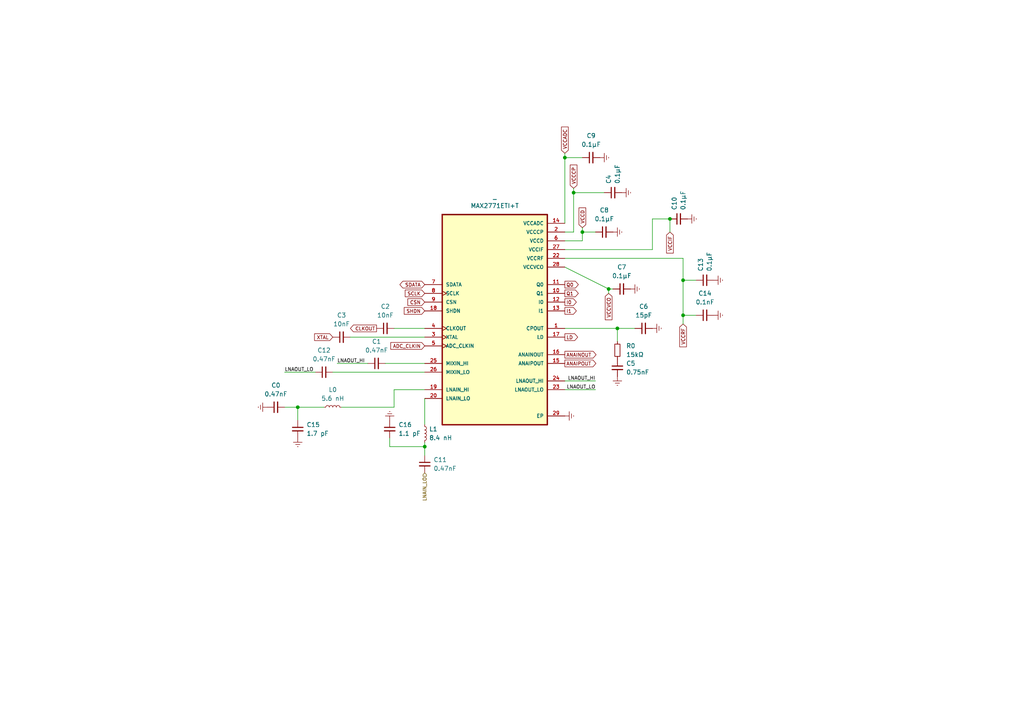
<source format=kicad_sch>
(kicad_sch (version 20211123) (generator eeschema)

  (uuid f944852e-fb20-4cac-8cd6-3fd29e579eee)

  (paper "A4")

  (lib_symbols
    (symbol "Device:C_Small" (pin_numbers hide) (pin_names (offset 0.254) hide) (in_bom yes) (on_board yes)
      (property "Reference" "C" (id 0) (at 0.254 1.778 0)
        (effects (font (size 1.27 1.27)) (justify left))
      )
      (property "Value" "C_Small" (id 1) (at 0.254 -2.032 0)
        (effects (font (size 1.27 1.27)) (justify left))
      )
      (property "Footprint" "" (id 2) (at 0 0 0)
        (effects (font (size 1.27 1.27)) hide)
      )
      (property "Datasheet" "~" (id 3) (at 0 0 0)
        (effects (font (size 1.27 1.27)) hide)
      )
      (property "ki_keywords" "capacitor cap" (id 4) (at 0 0 0)
        (effects (font (size 1.27 1.27)) hide)
      )
      (property "ki_description" "Unpolarized capacitor, small symbol" (id 5) (at 0 0 0)
        (effects (font (size 1.27 1.27)) hide)
      )
      (property "ki_fp_filters" "C_*" (id 6) (at 0 0 0)
        (effects (font (size 1.27 1.27)) hide)
      )
      (symbol "C_Small_0_1"
        (polyline
          (pts
            (xy -1.524 -0.508)
            (xy 1.524 -0.508)
          )
          (stroke (width 0.3302) (type default) (color 0 0 0 0))
          (fill (type none))
        )
        (polyline
          (pts
            (xy -1.524 0.508)
            (xy 1.524 0.508)
          )
          (stroke (width 0.3048) (type default) (color 0 0 0 0))
          (fill (type none))
        )
      )
      (symbol "C_Small_1_1"
        (pin passive line (at 0 2.54 270) (length 2.032)
          (name "~" (effects (font (size 1.27 1.27))))
          (number "1" (effects (font (size 1.27 1.27))))
        )
        (pin passive line (at 0 -2.54 90) (length 2.032)
          (name "~" (effects (font (size 1.27 1.27))))
          (number "2" (effects (font (size 1.27 1.27))))
        )
      )
    )
    (symbol "Device:L_Small" (pin_numbers hide) (pin_names (offset 0.254) hide) (in_bom yes) (on_board yes)
      (property "Reference" "L" (id 0) (at 0.762 1.016 0)
        (effects (font (size 1.27 1.27)) (justify left))
      )
      (property "Value" "L_Small" (id 1) (at 0.762 -1.016 0)
        (effects (font (size 1.27 1.27)) (justify left))
      )
      (property "Footprint" "" (id 2) (at 0 0 0)
        (effects (font (size 1.27 1.27)) hide)
      )
      (property "Datasheet" "~" (id 3) (at 0 0 0)
        (effects (font (size 1.27 1.27)) hide)
      )
      (property "ki_keywords" "inductor choke coil reactor magnetic" (id 4) (at 0 0 0)
        (effects (font (size 1.27 1.27)) hide)
      )
      (property "ki_description" "Inductor, small symbol" (id 5) (at 0 0 0)
        (effects (font (size 1.27 1.27)) hide)
      )
      (property "ki_fp_filters" "Choke_* *Coil* Inductor_* L_*" (id 6) (at 0 0 0)
        (effects (font (size 1.27 1.27)) hide)
      )
      (symbol "L_Small_0_1"
        (arc (start 0 -2.032) (mid 0.508 -1.524) (end 0 -1.016)
          (stroke (width 0) (type default) (color 0 0 0 0))
          (fill (type none))
        )
        (arc (start 0 -1.016) (mid 0.508 -0.508) (end 0 0)
          (stroke (width 0) (type default) (color 0 0 0 0))
          (fill (type none))
        )
        (arc (start 0 0) (mid 0.508 0.508) (end 0 1.016)
          (stroke (width 0) (type default) (color 0 0 0 0))
          (fill (type none))
        )
        (arc (start 0 1.016) (mid 0.508 1.524) (end 0 2.032)
          (stroke (width 0) (type default) (color 0 0 0 0))
          (fill (type none))
        )
      )
      (symbol "L_Small_1_1"
        (pin passive line (at 0 2.54 270) (length 0.508)
          (name "~" (effects (font (size 1.27 1.27))))
          (number "1" (effects (font (size 1.27 1.27))))
        )
        (pin passive line (at 0 -2.54 90) (length 0.508)
          (name "~" (effects (font (size 1.27 1.27))))
          (number "2" (effects (font (size 1.27 1.27))))
        )
      )
    )
    (symbol "Device:R_Small" (pin_numbers hide) (pin_names (offset 0.254) hide) (in_bom yes) (on_board yes)
      (property "Reference" "R" (id 0) (at 0.762 0.508 0)
        (effects (font (size 1.27 1.27)) (justify left))
      )
      (property "Value" "R_Small" (id 1) (at 0.762 -1.016 0)
        (effects (font (size 1.27 1.27)) (justify left))
      )
      (property "Footprint" "" (id 2) (at 0 0 0)
        (effects (font (size 1.27 1.27)) hide)
      )
      (property "Datasheet" "~" (id 3) (at 0 0 0)
        (effects (font (size 1.27 1.27)) hide)
      )
      (property "ki_keywords" "R resistor" (id 4) (at 0 0 0)
        (effects (font (size 1.27 1.27)) hide)
      )
      (property "ki_description" "Resistor, small symbol" (id 5) (at 0 0 0)
        (effects (font (size 1.27 1.27)) hide)
      )
      (property "ki_fp_filters" "R_*" (id 6) (at 0 0 0)
        (effects (font (size 1.27 1.27)) hide)
      )
      (symbol "R_Small_0_1"
        (rectangle (start -0.762 1.778) (end 0.762 -1.778)
          (stroke (width 0.2032) (type default) (color 0 0 0 0))
          (fill (type none))
        )
      )
      (symbol "R_Small_1_1"
        (pin passive line (at 0 2.54 270) (length 0.762)
          (name "~" (effects (font (size 1.27 1.27))))
          (number "1" (effects (font (size 1.27 1.27))))
        )
        (pin passive line (at 0 -2.54 90) (length 0.762)
          (name "~" (effects (font (size 1.27 1.27))))
          (number "2" (effects (font (size 1.27 1.27))))
        )
      )
    )
    (symbol "MAX2771ETI_T:MAX2771ETI+T" (pin_names (offset 1.016)) (in_bom yes) (on_board yes)
      (property "Reference" "U" (id 0) (at -15.24 31.4706 0)
        (effects (font (size 1.27 1.27)) (justify left bottom))
      )
      (property "Value" "MAX2771ETI+T" (id 1) (at -15.24 -34.4678 0)
        (effects (font (size 1.27 1.27)) (justify left bottom))
      )
      (property "Footprint" "QFN50P500X500X80-29N" (id 2) (at 0 0 0)
        (effects (font (size 1.27 1.27)) (justify left bottom) hide)
      )
      (property "Datasheet" "" (id 3) (at 0 0 0)
        (effects (font (size 1.27 1.27)) (justify left bottom) hide)
      )
      (property "MF" "Maxim Integrated" (id 4) (at 0 0 0)
        (effects (font (size 1.27 1.27)) (justify left bottom) hide)
      )
      (property "PRICE" "None" (id 5) (at 0 0 0)
        (effects (font (size 1.27 1.27)) (justify left bottom) hide)
      )
      (property "AVAILABILITY" "Unavailable" (id 6) (at 0 0 0)
        (effects (font (size 1.27 1.27)) (justify left bottom) hide)
      )
      (property "DESCRIPTION" "NEXT-GENERATION GLOBAL NAVIGATIO" (id 7) (at 0 0 0)
        (effects (font (size 1.27 1.27)) (justify left bottom) hide)
      )
      (property "PACKAGE" "TQFN-28 Maxim" (id 8) (at 0 0 0)
        (effects (font (size 1.27 1.27)) (justify left bottom) hide)
      )
      (property "MP" "MAX2771ETI+" (id 9) (at 0 0 0)
        (effects (font (size 1.27 1.27)) (justify left bottom) hide)
      )
      (property "ki_locked" "" (id 10) (at 0 0 0)
        (effects (font (size 1.27 1.27)))
      )
      (symbol "MAX2771ETI+T_0_0"
        (rectangle (start -15.24 -30.48) (end 15.24 30.48)
          (stroke (width 0.4064) (type default) (color 0 0 0 0))
          (fill (type background))
        )
        (pin output line (at 20.32 -2.54 180) (length 5.08)
          (name "CPOUT" (effects (font (size 1.016 1.016))))
          (number "1" (effects (font (size 1.016 1.016))))
        )
        (pin output line (at 20.32 7.62 180) (length 5.08)
          (name "Q1" (effects (font (size 1.016 1.016))))
          (number "10" (effects (font (size 1.016 1.016))))
        )
        (pin output line (at 20.32 10.16 180) (length 5.08)
          (name "Q0" (effects (font (size 1.016 1.016))))
          (number "11" (effects (font (size 1.016 1.016))))
        )
        (pin output line (at 20.32 5.08 180) (length 5.08)
          (name "I0" (effects (font (size 1.016 1.016))))
          (number "12" (effects (font (size 1.016 1.016))))
        )
        (pin output line (at 20.32 2.54 180) (length 5.08)
          (name "I1" (effects (font (size 1.016 1.016))))
          (number "13" (effects (font (size 1.016 1.016))))
        )
        (pin power_in line (at 20.32 27.94 180) (length 5.08)
          (name "VCCADC" (effects (font (size 1.016 1.016))))
          (number "14" (effects (font (size 1.016 1.016))))
        )
        (pin output line (at 20.32 -12.7 180) (length 5.08)
          (name "ANAIPOUT" (effects (font (size 1.016 1.016))))
          (number "15" (effects (font (size 1.016 1.016))))
        )
        (pin output line (at 20.32 -10.16 180) (length 5.08)
          (name "ANAINOUT" (effects (font (size 1.016 1.016))))
          (number "16" (effects (font (size 1.016 1.016))))
        )
        (pin output line (at 20.32 -5.08 180) (length 5.08)
          (name "LD" (effects (font (size 1.016 1.016))))
          (number "17" (effects (font (size 1.016 1.016))))
        )
        (pin input line (at -20.32 2.54 0) (length 5.08)
          (name "SHDN" (effects (font (size 1.016 1.016))))
          (number "18" (effects (font (size 1.016 1.016))))
        )
        (pin input line (at -20.32 -20.32 0) (length 5.08)
          (name "LNAIN_HI" (effects (font (size 1.016 1.016))))
          (number "19" (effects (font (size 1.016 1.016))))
        )
        (pin power_in line (at 20.32 25.4 180) (length 5.08)
          (name "VCCCP" (effects (font (size 1.016 1.016))))
          (number "2" (effects (font (size 1.016 1.016))))
        )
        (pin input line (at -20.32 -22.86 0) (length 5.08)
          (name "LNAIN_LO" (effects (font (size 1.016 1.016))))
          (number "20" (effects (font (size 1.016 1.016))))
        )
        (pin power_in line (at 20.32 17.78 180) (length 5.08)
          (name "VCCRF" (effects (font (size 1.016 1.016))))
          (number "22" (effects (font (size 1.016 1.016))))
        )
        (pin output line (at 20.32 -20.32 180) (length 5.08)
          (name "LNAOUT_LO" (effects (font (size 1.016 1.016))))
          (number "23" (effects (font (size 1.016 1.016))))
        )
        (pin output line (at 20.32 -17.78 180) (length 5.08)
          (name "LNAOUT_HI" (effects (font (size 1.016 1.016))))
          (number "24" (effects (font (size 1.016 1.016))))
        )
        (pin input line (at -20.32 -12.7 0) (length 5.08)
          (name "MIXIN_HI" (effects (font (size 1.016 1.016))))
          (number "25" (effects (font (size 1.016 1.016))))
        )
        (pin input line (at -20.32 -15.24 0) (length 5.08)
          (name "MIXIN_LO" (effects (font (size 1.016 1.016))))
          (number "26" (effects (font (size 1.016 1.016))))
        )
        (pin power_in line (at 20.32 20.32 180) (length 5.08)
          (name "VCCIF" (effects (font (size 1.016 1.016))))
          (number "27" (effects (font (size 1.016 1.016))))
        )
        (pin power_in line (at 20.32 15.24 180) (length 5.08)
          (name "VCCVCO" (effects (font (size 1.016 1.016))))
          (number "28" (effects (font (size 1.016 1.016))))
        )
        (pin power_in line (at 20.32 -27.94 180) (length 5.08)
          (name "EP" (effects (font (size 1.016 1.016))))
          (number "29" (effects (font (size 1.016 1.016))))
        )
        (pin input clock (at -20.32 -5.08 0) (length 5.08)
          (name "XTAL" (effects (font (size 1.016 1.016))))
          (number "3" (effects (font (size 1.016 1.016))))
        )
        (pin output clock (at -20.32 -2.54 0) (length 5.08)
          (name "CLKOUT" (effects (font (size 1.016 1.016))))
          (number "4" (effects (font (size 1.016 1.016))))
        )
        (pin input clock (at -20.32 -7.62 0) (length 5.08)
          (name "ADC_CLKIN" (effects (font (size 1.016 1.016))))
          (number "5" (effects (font (size 1.016 1.016))))
        )
        (pin power_in line (at 20.32 22.86 180) (length 5.08)
          (name "VCCD" (effects (font (size 1.016 1.016))))
          (number "6" (effects (font (size 1.016 1.016))))
        )
        (pin bidirectional line (at -20.32 10.16 0) (length 5.08)
          (name "SDATA" (effects (font (size 1.016 1.016))))
          (number "7" (effects (font (size 1.016 1.016))))
        )
        (pin input clock (at -20.32 7.62 0) (length 5.08)
          (name "SCLK" (effects (font (size 1.016 1.016))))
          (number "8" (effects (font (size 1.016 1.016))))
        )
        (pin input line (at -20.32 5.08 0) (length 5.08)
          (name "CSN" (effects (font (size 1.016 1.016))))
          (number "9" (effects (font (size 1.016 1.016))))
        )
      )
    )
    (symbol "power:Earth" (power) (pin_names (offset 0)) (in_bom yes) (on_board yes)
      (property "Reference" "#PWR" (id 0) (at 0 -6.35 0)
        (effects (font (size 1.27 1.27)) hide)
      )
      (property "Value" "Earth" (id 1) (at 0 -3.81 0)
        (effects (font (size 1.27 1.27)) hide)
      )
      (property "Footprint" "" (id 2) (at 0 0 0)
        (effects (font (size 1.27 1.27)) hide)
      )
      (property "Datasheet" "~" (id 3) (at 0 0 0)
        (effects (font (size 1.27 1.27)) hide)
      )
      (property "ki_keywords" "power-flag ground gnd" (id 4) (at 0 0 0)
        (effects (font (size 1.27 1.27)) hide)
      )
      (property "ki_description" "Power symbol creates a global label with name \"Earth\"" (id 5) (at 0 0 0)
        (effects (font (size 1.27 1.27)) hide)
      )
      (symbol "Earth_0_1"
        (polyline
          (pts
            (xy -0.635 -1.905)
            (xy 0.635 -1.905)
          )
          (stroke (width 0) (type default) (color 0 0 0 0))
          (fill (type none))
        )
        (polyline
          (pts
            (xy -0.127 -2.54)
            (xy 0.127 -2.54)
          )
          (stroke (width 0) (type default) (color 0 0 0 0))
          (fill (type none))
        )
        (polyline
          (pts
            (xy 0 -1.27)
            (xy 0 0)
          )
          (stroke (width 0) (type default) (color 0 0 0 0))
          (fill (type none))
        )
        (polyline
          (pts
            (xy 1.27 -1.27)
            (xy -1.27 -1.27)
          )
          (stroke (width 0) (type default) (color 0 0 0 0))
          (fill (type none))
        )
      )
      (symbol "Earth_1_1"
        (pin power_in line (at 0 0 270) (length 0) hide
          (name "Earth" (effects (font (size 1.27 1.27))))
          (number "1" (effects (font (size 1.27 1.27))))
        )
      )
    )
  )

  (junction (at 123.19 129.54) (diameter 0) (color 0 0 0 0)
    (uuid 17c4113a-323c-4eaa-928e-0a418a718048)
  )
  (junction (at 168.91 67.31) (diameter 0) (color 0 0 0 0)
    (uuid 3ebad067-8a85-47f2-9c53-50f29dd15211)
  )
  (junction (at 163.83 45.72) (diameter 0) (color 0 0 0 0)
    (uuid 4c8e3455-3363-4eca-879c-fc0f217c1545)
  )
  (junction (at 198.12 81.28) (diameter 0) (color 0 0 0 0)
    (uuid 7c77c15f-d16c-4297-9deb-775cd897dfbe)
  )
  (junction (at 194.31 63.5) (diameter 0) (color 0 0 0 0)
    (uuid 918024ce-7453-4717-9bd1-6577b1eb0a64)
  )
  (junction (at 166.37 55.88) (diameter 0) (color 0 0 0 0)
    (uuid 965ad58e-e75c-4685-a373-0379249346f1)
  )
  (junction (at 176.53 83.82) (diameter 0) (color 0 0 0 0)
    (uuid 9720abca-9121-4773-bd8f-ca63f35db43b)
  )
  (junction (at 179.07 95.25) (diameter 0) (color 0 0 0 0)
    (uuid b8876946-4d33-4840-8726-7183a7550a76)
  )
  (junction (at 86.36 118.11) (diameter 0) (color 0 0 0 0)
    (uuid c6302f67-9c7c-4f59-8c10-0f3c30755732)
  )
  (junction (at 198.12 91.44) (diameter 0) (color 0 0 0 0)
    (uuid f2167094-da86-4d78-a931-9ebcd3c346b2)
  )

  (wire (pts (xy 96.52 107.95) (xy 123.19 107.95))
    (stroke (width 0) (type default) (color 0 0 0 0))
    (uuid 072efc30-79eb-4741-986d-089d898f76d2)
  )
  (wire (pts (xy 189.23 72.39) (xy 189.23 63.5))
    (stroke (width 0) (type default) (color 0 0 0 0))
    (uuid 0788a206-3c84-4465-8f8c-f57c751f61ca)
  )
  (wire (pts (xy 113.03 129.54) (xy 123.19 129.54))
    (stroke (width 0) (type default) (color 0 0 0 0))
    (uuid 0d16527d-edd1-4229-a904-81918e441380)
  )
  (wire (pts (xy 101.6 97.79) (xy 123.19 97.79))
    (stroke (width 0) (type default) (color 0 0 0 0))
    (uuid 301b8109-b7a9-442a-90b3-1b2e44bac792)
  )
  (wire (pts (xy 123.19 129.54) (xy 123.19 132.08))
    (stroke (width 0) (type default) (color 0 0 0 0))
    (uuid 31c2032e-777d-4685-8325-5a23f664487c)
  )
  (wire (pts (xy 111.76 105.41) (xy 123.19 105.41))
    (stroke (width 0) (type default) (color 0 0 0 0))
    (uuid 33625d96-62a5-496b-b451-3238ef390412)
  )
  (wire (pts (xy 176.53 83.82) (xy 176.53 85.09))
    (stroke (width 0) (type default) (color 0 0 0 0))
    (uuid 3549aec0-2016-449c-963b-0aa5a83d9ec0)
  )
  (wire (pts (xy 179.07 95.25) (xy 179.07 99.06))
    (stroke (width 0) (type default) (color 0 0 0 0))
    (uuid 36fae2ed-e129-40ab-b2f4-4bb05b60a17c)
  )
  (wire (pts (xy 163.83 74.93) (xy 198.12 74.93))
    (stroke (width 0) (type default) (color 0 0 0 0))
    (uuid 454f5796-93e1-4e95-84f5-26b11d286c16)
  )
  (wire (pts (xy 163.83 45.72) (xy 168.91 45.72))
    (stroke (width 0) (type default) (color 0 0 0 0))
    (uuid 4c6ccceb-f8f3-4395-bddf-247c047810e2)
  )
  (wire (pts (xy 179.07 95.25) (xy 184.15 95.25))
    (stroke (width 0) (type default) (color 0 0 0 0))
    (uuid 4d4d3847-8d9d-4522-b71d-8a4989762fce)
  )
  (wire (pts (xy 99.06 118.11) (xy 114.3 118.11))
    (stroke (width 0) (type default) (color 0 0 0 0))
    (uuid 5076aef0-b9c1-4aa5-ae5c-5a2f66dac62f)
  )
  (wire (pts (xy 114.3 95.25) (xy 123.19 95.25))
    (stroke (width 0) (type default) (color 0 0 0 0))
    (uuid 507ed80b-c00d-4988-a95f-8c4f1bd9a652)
  )
  (wire (pts (xy 86.36 118.11) (xy 93.98 118.11))
    (stroke (width 0) (type default) (color 0 0 0 0))
    (uuid 52c3f55b-e9df-43f5-853e-c34ba303d939)
  )
  (wire (pts (xy 163.83 45.72) (xy 163.83 64.77))
    (stroke (width 0) (type default) (color 0 0 0 0))
    (uuid 646ff531-99f5-4e6c-8f8b-19e9567e2b7c)
  )
  (wire (pts (xy 166.37 55.88) (xy 175.26 55.88))
    (stroke (width 0) (type default) (color 0 0 0 0))
    (uuid 67701f8b-8710-4233-a171-67da5d9e77b8)
  )
  (wire (pts (xy 194.31 63.5) (xy 194.31 67.31))
    (stroke (width 0) (type default) (color 0 0 0 0))
    (uuid 6bd26ecd-c738-403d-8f60-2a8d54bd3527)
  )
  (wire (pts (xy 163.83 44.45) (xy 163.83 45.72))
    (stroke (width 0) (type default) (color 0 0 0 0))
    (uuid 6d330408-f77d-4c10-9bfc-a0d82622cb1f)
  )
  (wire (pts (xy 82.55 118.11) (xy 86.36 118.11))
    (stroke (width 0) (type default) (color 0 0 0 0))
    (uuid 72ddebdd-e2fa-4da1-9e23-7ba12883e651)
  )
  (wire (pts (xy 198.12 74.93) (xy 198.12 81.28))
    (stroke (width 0) (type default) (color 0 0 0 0))
    (uuid 764739b9-8d43-4ee3-ba2e-d70db1aa6304)
  )
  (wire (pts (xy 166.37 55.88) (xy 166.37 67.31))
    (stroke (width 0) (type default) (color 0 0 0 0))
    (uuid 7a1ceaa9-aeed-4b2d-81a5-419381529e5e)
  )
  (wire (pts (xy 168.91 67.31) (xy 172.72 67.31))
    (stroke (width 0) (type default) (color 0 0 0 0))
    (uuid 8355403f-4362-432f-b1eb-735cd54db1b7)
  )
  (wire (pts (xy 189.23 63.5) (xy 194.31 63.5))
    (stroke (width 0) (type default) (color 0 0 0 0))
    (uuid 8d508bcc-9438-4fe6-822e-ace71f2aea3a)
  )
  (wire (pts (xy 163.83 67.31) (xy 166.37 67.31))
    (stroke (width 0) (type default) (color 0 0 0 0))
    (uuid 8de6a2a6-69ea-4c94-90bf-e769f51b820f)
  )
  (wire (pts (xy 163.83 72.39) (xy 189.23 72.39))
    (stroke (width 0) (type default) (color 0 0 0 0))
    (uuid 94c7c1d4-83a7-4f74-a735-6b3a2dc008a5)
  )
  (wire (pts (xy 114.3 113.03) (xy 114.3 118.11))
    (stroke (width 0) (type default) (color 0 0 0 0))
    (uuid 95b0535c-5c98-46eb-bac4-91a2e849e668)
  )
  (wire (pts (xy 82.55 107.95) (xy 91.44 107.95))
    (stroke (width 0) (type default) (color 0 0 0 0))
    (uuid 9cbd9187-f126-48fe-88c1-299d1f1d1acb)
  )
  (wire (pts (xy 198.12 81.28) (xy 198.12 91.44))
    (stroke (width 0) (type default) (color 0 0 0 0))
    (uuid a230c34a-df01-46f2-9e1e-c6c9754deac5)
  )
  (wire (pts (xy 113.03 127) (xy 113.03 129.54))
    (stroke (width 0) (type default) (color 0 0 0 0))
    (uuid a37b933c-501d-4efa-bfdc-0e8923cf9e59)
  )
  (wire (pts (xy 86.36 118.11) (xy 86.36 121.92))
    (stroke (width 0) (type default) (color 0 0 0 0))
    (uuid a3fada36-7888-40ce-9303-d01d693490d2)
  )
  (wire (pts (xy 198.12 81.28) (xy 201.93 81.28))
    (stroke (width 0) (type default) (color 0 0 0 0))
    (uuid aa17549c-b481-455c-964c-4f9ab27de221)
  )
  (wire (pts (xy 163.83 110.49) (xy 172.72 110.49))
    (stroke (width 0) (type default) (color 0 0 0 0))
    (uuid addb78a4-d4c3-4e2b-9443-79138e854361)
  )
  (wire (pts (xy 97.79 105.41) (xy 106.68 105.41))
    (stroke (width 0) (type default) (color 0 0 0 0))
    (uuid b246076a-e425-407b-a15e-5d212bb4d671)
  )
  (wire (pts (xy 176.53 83.82) (xy 177.8 83.82))
    (stroke (width 0) (type default) (color 0 0 0 0))
    (uuid b5a26a10-1665-4319-b06d-a08526845586)
  )
  (wire (pts (xy 123.19 128.27) (xy 123.19 129.54))
    (stroke (width 0) (type default) (color 0 0 0 0))
    (uuid bc737a22-2277-4582-8c96-05ea99278a91)
  )
  (wire (pts (xy 166.37 54.61) (xy 166.37 55.88))
    (stroke (width 0) (type default) (color 0 0 0 0))
    (uuid bd49f1c4-96d5-40f8-8238-5e10f9b8f75c)
  )
  (wire (pts (xy 123.19 113.03) (xy 114.3 113.03))
    (stroke (width 0) (type default) (color 0 0 0 0))
    (uuid c1fa4f97-12a0-4c0b-ba03-f30a97721604)
  )
  (wire (pts (xy 163.83 113.03) (xy 172.72 113.03))
    (stroke (width 0) (type default) (color 0 0 0 0))
    (uuid c486d876-260f-48b5-80ca-dda530bad831)
  )
  (wire (pts (xy 198.12 91.44) (xy 201.93 91.44))
    (stroke (width 0) (type default) (color 0 0 0 0))
    (uuid cca430df-35f0-4b75-afb3-72d398e7c3f0)
  )
  (wire (pts (xy 163.83 77.47) (xy 176.53 83.82))
    (stroke (width 0) (type default) (color 0 0 0 0))
    (uuid cd7a4af4-53b3-4758-9909-e0c7ee94e8bf)
  )
  (wire (pts (xy 163.83 95.25) (xy 179.07 95.25))
    (stroke (width 0) (type default) (color 0 0 0 0))
    (uuid d70576e8-c5c2-4003-88e0-f1123951474b)
  )
  (wire (pts (xy 198.12 91.44) (xy 198.12 93.98))
    (stroke (width 0) (type default) (color 0 0 0 0))
    (uuid d95514ef-d33c-41c9-a16d-58e1bc25a53e)
  )
  (wire (pts (xy 123.19 115.57) (xy 123.19 123.19))
    (stroke (width 0) (type default) (color 0 0 0 0))
    (uuid e2a604ce-056d-4de2-95dd-3956ff33fecc)
  )
  (wire (pts (xy 163.83 69.85) (xy 168.91 69.85))
    (stroke (width 0) (type default) (color 0 0 0 0))
    (uuid e6157aea-7898-4074-88ee-d212ac48c429)
  )
  (wire (pts (xy 168.91 67.31) (xy 168.91 69.85))
    (stroke (width 0) (type default) (color 0 0 0 0))
    (uuid f572b61b-2d8d-4b3b-8c8a-b55aefb3d1c8)
  )
  (wire (pts (xy 168.91 66.04) (xy 168.91 67.31))
    (stroke (width 0) (type default) (color 0 0 0 0))
    (uuid fcf8d534-2957-4d1c-ad0d-8bd3666aa706)
  )

  (label "LNAOUT_LO" (at 172.72 113.03 180)
    (effects (font (size 1 1)) (justify right bottom))
    (uuid 5e0efdb3-2ea2-4cae-baf7-7411a474461f)
  )
  (label "LNAOUT_LO" (at 82.55 107.95 0)
    (effects (font (size 1 1)) (justify left bottom))
    (uuid 787aae0e-54b2-459c-bdaa-420858cc1220)
  )
  (label "LNAOUT_HI" (at 97.79 105.41 0)
    (effects (font (size 1 1)) (justify left bottom))
    (uuid 93bdf95a-fc99-42b9-8e3a-61ea2307253a)
  )
  (label "LNAOUT_HI" (at 172.72 110.49 180)
    (effects (font (size 1 1)) (justify right bottom))
    (uuid b0030372-bb40-4628-8c9e-4f6528e6a1d2)
  )

  (global_label "VCCD" (shape input) (at 168.91 66.04 90) (fields_autoplaced)
    (effects (font (size 1 1)) (justify left))
    (uuid 1165ab48-192d-4c21-a859-11ace4b43c9e)
    (property "Intersheet References" "${INTERSHEET_REFS}" (id 0) (at 168.8475 60.2829 90)
      (effects (font (size 1 1)) (justify left) hide)
    )
  )
  (global_label "VCCVCO" (shape input) (at 176.53 85.09 270) (fields_autoplaced)
    (effects (font (size 1 1)) (justify right))
    (uuid 163fac73-9078-460b-9bba-f73501190eb0)
    (property "Intersheet References" "${INTERSHEET_REFS}" (id 0) (at 176.4675 92.7519 90)
      (effects (font (size 1 1)) (justify right) hide)
    )
  )
  (global_label "XTAL" (shape input) (at 96.52 97.79 180) (fields_autoplaced)
    (effects (font (size 1 1)) (justify right))
    (uuid 18c20b48-f9b7-485b-a778-9ebe4915f177)
    (property "Intersheet References" "${INTERSHEET_REFS}" (id 0) (at 91.239 97.7275 0)
      (effects (font (size 1 1)) (justify right) hide)
    )
  )
  (global_label "SHDN" (shape input) (at 123.19 90.17 180) (fields_autoplaced)
    (effects (font (size 1 1)) (justify right))
    (uuid 2b0b9552-88a6-4ca7-a506-79ec217f0bf4)
    (property "Intersheet References" "${INTERSHEET_REFS}" (id 0) (at 117.2424 90.1075 0)
      (effects (font (size 1 1)) (justify right) hide)
    )
  )
  (global_label "VCCCP" (shape input) (at 166.37 54.61 90) (fields_autoplaced)
    (effects (font (size 1 1)) (justify left))
    (uuid 2b88a6eb-42e5-4a3f-8c7a-26b17a9e2390)
    (property "Intersheet References" "${INTERSHEET_REFS}" (id 0) (at 166.3075 47.8529 90)
      (effects (font (size 1 1)) (justify left) hide)
    )
  )
  (global_label "ANAIPOUT" (shape output) (at 163.83 105.41 0) (fields_autoplaced)
    (effects (font (size 1 1)) (justify left))
    (uuid 56062290-71fd-4aa0-8f45-c7b874c4446f)
    (property "Intersheet References" "${INTERSHEET_REFS}" (id 0) (at 172.8252 105.3475 0)
      (effects (font (size 1 1)) (justify left) hide)
    )
  )
  (global_label "SCLK" (shape input) (at 123.19 85.09 180) (fields_autoplaced)
    (effects (font (size 1 1)) (justify right))
    (uuid 80609c46-045d-4e92-b26f-96519dd2be3f)
    (property "Intersheet References" "${INTERSHEET_REFS}" (id 0) (at 117.5281 85.0275 0)
      (effects (font (size 1 1)) (justify right) hide)
    )
  )
  (global_label "VCCADC" (shape input) (at 163.83 44.45 90) (fields_autoplaced)
    (effects (font (size 1 1)) (justify left))
    (uuid 84ae8ab5-d3ee-4be4-87fb-c683dd74d6fd)
    (property "Intersheet References" "${INTERSHEET_REFS}" (id 0) (at 163.7675 36.8357 90)
      (effects (font (size 1 1)) (justify left) hide)
    )
  )
  (global_label "I0" (shape output) (at 163.83 87.63 0) (fields_autoplaced)
    (effects (font (size 1 1)) (justify left))
    (uuid 9b8d6d28-033a-43ee-99b0-ad9c811a54ed)
    (property "Intersheet References" "${INTERSHEET_REFS}" (id 0) (at 167.1586 87.5675 0)
      (effects (font (size 1 1)) (justify left) hide)
    )
  )
  (global_label "VCCRF" (shape input) (at 198.12 93.98 270) (fields_autoplaced)
    (effects (font (size 1 1)) (justify right))
    (uuid a0ac88ef-4444-48e5-8b0c-8f3fd51ef52c)
    (property "Intersheet References" "${INTERSHEET_REFS}" (id 0) (at 198.0575 100.5943 90)
      (effects (font (size 1 1)) (justify right) hide)
    )
  )
  (global_label "I1" (shape output) (at 163.83 90.17 0) (fields_autoplaced)
    (effects (font (size 1 1)) (justify left))
    (uuid a60b2010-869a-44a0-b0bf-5b32b7a0bfc8)
    (property "Intersheet References" "${INTERSHEET_REFS}" (id 0) (at 167.1586 90.1075 0)
      (effects (font (size 1 1)) (justify left) hide)
    )
  )
  (global_label "ADC_CLKIN" (shape input) (at 123.19 100.33 180) (fields_autoplaced)
    (effects (font (size 1 1)) (justify right))
    (uuid b92badec-787d-4246-b375-c8b49693e4c6)
    (property "Intersheet References" "${INTERSHEET_REFS}" (id 0) (at 113.3376 100.2675 0)
      (effects (font (size 1 1)) (justify right) hide)
    )
  )
  (global_label "SDATA" (shape bidirectional) (at 123.19 82.55 180) (fields_autoplaced)
    (effects (font (size 1 1)) (justify right))
    (uuid be470d7c-fe71-4d56-af0e-5d4e1ee15dbb)
    (property "Intersheet References" "${INTERSHEET_REFS}" (id 0) (at 116.8614 82.4875 0)
      (effects (font (size 1 1)) (justify right) hide)
    )
  )
  (global_label "VCCIF" (shape input) (at 194.31 67.31 270) (fields_autoplaced)
    (effects (font (size 1 1)) (justify right))
    (uuid bfd9a814-5633-456f-b976-14ea18ea65ca)
    (property "Intersheet References" "${INTERSHEET_REFS}" (id 0) (at 194.2475 73.4005 90)
      (effects (font (size 1 1)) (justify right) hide)
    )
  )
  (global_label "CLKOUT" (shape output) (at 109.22 95.25 180) (fields_autoplaced)
    (effects (font (size 1 1)) (justify right))
    (uuid daab3af2-dc2f-42c4-9da6-5be056b46e31)
    (property "Intersheet References" "${INTERSHEET_REFS}" (id 0) (at 101.6533 95.1875 0)
      (effects (font (size 1 1)) (justify right) hide)
    )
  )
  (global_label "Q0" (shape output) (at 163.83 82.55 0) (fields_autoplaced)
    (effects (font (size 1 1)) (justify left))
    (uuid e10b9689-b1ee-49ea-8c1e-a235c07b8c50)
    (property "Intersheet References" "${INTERSHEET_REFS}" (id 0) (at 167.73 82.4875 0)
      (effects (font (size 1 1)) (justify left) hide)
    )
  )
  (global_label "ANAINOUT" (shape output) (at 163.83 102.87 0) (fields_autoplaced)
    (effects (font (size 1 1)) (justify left))
    (uuid ea6ed78b-3a96-48d9-add8-2eec99ef95aa)
    (property "Intersheet References" "${INTERSHEET_REFS}" (id 0) (at 172.8729 102.8075 0)
      (effects (font (size 1 1)) (justify left) hide)
    )
  )
  (global_label "Q1" (shape output) (at 163.83 85.09 0) (fields_autoplaced)
    (effects (font (size 1 1)) (justify left))
    (uuid ec40debc-4ad0-4993-8ab4-34a3fea8c095)
    (property "Intersheet References" "${INTERSHEET_REFS}" (id 0) (at 167.73 85.0275 0)
      (effects (font (size 1 1)) (justify left) hide)
    )
  )
  (global_label "CSN" (shape input) (at 123.19 87.63 180) (fields_autoplaced)
    (effects (font (size 1 1)) (justify right))
    (uuid fda4f5ec-7e36-45fb-a315-76eaba2e7d0e)
    (property "Intersheet References" "${INTERSHEET_REFS}" (id 0) (at 118.29 87.5675 0)
      (effects (font (size 1 1)) (justify right) hide)
    )
  )
  (global_label "LD" (shape output) (at 163.83 97.79 0) (fields_autoplaced)
    (effects (font (size 1 1)) (justify left))
    (uuid ffb416f9-559b-40e3-afd5-83999f89853a)
    (property "Intersheet References" "${INTERSHEET_REFS}" (id 0) (at 167.5395 97.7275 0)
      (effects (font (size 1 1)) (justify left) hide)
    )
  )

  (hierarchical_label "LNAIN_LO" (shape input) (at 123.19 137.16 270)
    (effects (font (size 1 1)) (justify right))
    (uuid 10f365a3-5dc1-454e-894e-b743f2dbec8b)
  )

  (symbol (lib_id "Device:C_Small") (at 204.47 91.44 90) (unit 1)
    (in_bom yes) (on_board yes) (fields_autoplaced)
    (uuid 048fb727-ae24-4d59-bc73-ad2faf07e01b)
    (property "Reference" "C14" (id 0) (at 204.4763 85.09 90))
    (property "Value" "0.1nF" (id 1) (at 204.4763 87.63 90))
    (property "Footprint" "" (id 2) (at 204.47 91.44 0)
      (effects (font (size 1.27 1.27)) hide)
    )
    (property "Datasheet" "~" (id 3) (at 204.47 91.44 0)
      (effects (font (size 1.27 1.27)) hide)
    )
    (pin "1" (uuid 90b4f75e-c968-4e7a-934e-0c8815709791))
    (pin "2" (uuid e989cfda-6738-4eab-8e3b-7022673fb6c0))
  )

  (symbol (lib_id "Device:R_Small") (at 179.07 101.6 0) (unit 1)
    (in_bom yes) (on_board yes) (fields_autoplaced)
    (uuid 07c2e829-899c-41aa-b60b-d298dcf21423)
    (property "Reference" "R0" (id 0) (at 181.61 100.3299 0)
      (effects (font (size 1.27 1.27)) (justify left))
    )
    (property "Value" "15kΩ" (id 1) (at 181.61 102.8699 0)
      (effects (font (size 1.27 1.27)) (justify left))
    )
    (property "Footprint" "" (id 2) (at 179.07 101.6 0)
      (effects (font (size 1.27 1.27)) hide)
    )
    (property "Datasheet" "~" (id 3) (at 179.07 101.6 0)
      (effects (font (size 1.27 1.27)) hide)
    )
    (pin "1" (uuid 98457ff5-4a60-4607-88ba-47f4245dcebc))
    (pin "2" (uuid 77c8ef66-ffd1-4a6f-961a-da815b5158ad))
  )

  (symbol (lib_id "Device:C_Small") (at 86.36 124.46 0) (unit 1)
    (in_bom yes) (on_board yes) (fields_autoplaced)
    (uuid 08da75db-802a-4ff8-b939-8284fe38459d)
    (property "Reference" "C15" (id 0) (at 88.9 123.1962 0)
      (effects (font (size 1.27 1.27)) (justify left))
    )
    (property "Value" "1.7 pF" (id 1) (at 88.9 125.7362 0)
      (effects (font (size 1.27 1.27)) (justify left))
    )
    (property "Footprint" "" (id 2) (at 86.36 124.46 0)
      (effects (font (size 1.27 1.27)) hide)
    )
    (property "Datasheet" "~" (id 3) (at 86.36 124.46 0)
      (effects (font (size 1.27 1.27)) hide)
    )
    (pin "1" (uuid f1191fb6-43d1-430d-8391-c7627649b586))
    (pin "2" (uuid 0cd53b2d-13e8-4789-9bcb-f583d1be7389))
  )

  (symbol (lib_id "power:Earth") (at 180.34 55.88 90) (unit 1)
    (in_bom yes) (on_board yes) (fields_autoplaced)
    (uuid 3ad8cee6-f527-4cb2-ae15-f8c573e3c249)
    (property "Reference" "#PWR?" (id 0) (at 186.69 55.88 0)
      (effects (font (size 1.27 1.27)) hide)
    )
    (property "Value" "Earth" (id 1) (at 184.15 55.88 0)
      (effects (font (size 1.27 1.27)) hide)
    )
    (property "Footprint" "" (id 2) (at 180.34 55.88 0)
      (effects (font (size 1.27 1.27)) hide)
    )
    (property "Datasheet" "~" (id 3) (at 180.34 55.88 0)
      (effects (font (size 1.27 1.27)) hide)
    )
    (pin "1" (uuid 399cad89-8dfe-4735-8f2a-635e987c6a83))
  )

  (symbol (lib_id "power:Earth") (at 86.36 127 0) (unit 1)
    (in_bom yes) (on_board yes) (fields_autoplaced)
    (uuid 42313c93-1de6-43d6-a90f-a14f9d0bb1ea)
    (property "Reference" "#PWR?" (id 0) (at 86.36 133.35 0)
      (effects (font (size 1.27 1.27)) hide)
    )
    (property "Value" "Earth" (id 1) (at 86.36 130.81 0)
      (effects (font (size 1.27 1.27)) hide)
    )
    (property "Footprint" "" (id 2) (at 86.36 127 0)
      (effects (font (size 1.27 1.27)) hide)
    )
    (property "Datasheet" "~" (id 3) (at 86.36 127 0)
      (effects (font (size 1.27 1.27)) hide)
    )
    (pin "1" (uuid be4edc6a-cabf-4654-a437-bc86223eda1d))
  )

  (symbol (lib_id "power:Earth") (at 207.01 81.28 90) (unit 1)
    (in_bom yes) (on_board yes) (fields_autoplaced)
    (uuid 42fdd757-23eb-4b68-8c9c-7cfaae7709dc)
    (property "Reference" "#PWR?" (id 0) (at 213.36 81.28 0)
      (effects (font (size 1.27 1.27)) hide)
    )
    (property "Value" "Earth" (id 1) (at 210.82 81.28 0)
      (effects (font (size 1.27 1.27)) hide)
    )
    (property "Footprint" "" (id 2) (at 207.01 81.28 0)
      (effects (font (size 1.27 1.27)) hide)
    )
    (property "Datasheet" "~" (id 3) (at 207.01 81.28 0)
      (effects (font (size 1.27 1.27)) hide)
    )
    (pin "1" (uuid 7d2d3289-54e7-4fce-86ab-65af7dab5647))
  )

  (symbol (lib_id "Device:C_Small") (at 180.34 83.82 90) (unit 1)
    (in_bom yes) (on_board yes) (fields_autoplaced)
    (uuid 4bfe9ff3-8afe-4a2c-a9b1-ae54e5dc7f13)
    (property "Reference" "C7" (id 0) (at 180.3463 77.47 90))
    (property "Value" "0.1μF" (id 1) (at 180.3463 80.01 90))
    (property "Footprint" "" (id 2) (at 180.34 83.82 0)
      (effects (font (size 1.27 1.27)) hide)
    )
    (property "Datasheet" "~" (id 3) (at 180.34 83.82 0)
      (effects (font (size 1.27 1.27)) hide)
    )
    (pin "1" (uuid 80a60393-2c78-4c90-aa2c-9fc1b2a868fe))
    (pin "2" (uuid 4d15ffb6-99f5-432e-8d6d-042c621a33dd))
  )

  (symbol (lib_id "Device:C_Small") (at 177.8 55.88 90) (unit 1)
    (in_bom yes) (on_board yes) (fields_autoplaced)
    (uuid 594834ac-7233-4224-a588-356d75b2c9e0)
    (property "Reference" "C4" (id 0) (at 176.5362 53.34 0)
      (effects (font (size 1.27 1.27)) (justify left))
    )
    (property "Value" "0.1μF" (id 1) (at 179.0762 53.34 0)
      (effects (font (size 1.27 1.27)) (justify left))
    )
    (property "Footprint" "" (id 2) (at 177.8 55.88 0)
      (effects (font (size 1.27 1.27)) hide)
    )
    (property "Datasheet" "~" (id 3) (at 177.8 55.88 0)
      (effects (font (size 1.27 1.27)) hide)
    )
    (pin "1" (uuid c1ca1727-bd02-4b11-8ffc-e13344559768))
    (pin "2" (uuid ceaf7db6-b480-44af-ace7-7358d90e99f5))
  )

  (symbol (lib_id "Device:C_Small") (at 99.06 97.79 90) (unit 1)
    (in_bom yes) (on_board yes) (fields_autoplaced)
    (uuid 59d53739-21d1-436c-8346-4c05d8d4b30c)
    (property "Reference" "C3" (id 0) (at 99.0663 91.44 90))
    (property "Value" "10nF" (id 1) (at 99.0663 93.98 90))
    (property "Footprint" "" (id 2) (at 99.06 97.79 0)
      (effects (font (size 1.27 1.27)) hide)
    )
    (property "Datasheet" "~" (id 3) (at 99.06 97.79 0)
      (effects (font (size 1.27 1.27)) hide)
    )
    (pin "1" (uuid a778adfb-eb16-4962-a3a5-5d4ccb2e7aa6))
    (pin "2" (uuid d5cd1887-aadf-4f55-83db-b930669c70ce))
  )

  (symbol (lib_id "Device:C_Small") (at 111.76 95.25 90) (unit 1)
    (in_bom yes) (on_board yes) (fields_autoplaced)
    (uuid 5bc48ce3-0685-4107-9b17-df9fc3ec414a)
    (property "Reference" "C2" (id 0) (at 111.7663 88.9 90))
    (property "Value" "10nF" (id 1) (at 111.7663 91.44 90))
    (property "Footprint" "" (id 2) (at 111.76 95.25 0)
      (effects (font (size 1.27 1.27)) hide)
    )
    (property "Datasheet" "~" (id 3) (at 111.76 95.25 0)
      (effects (font (size 1.27 1.27)) hide)
    )
    (pin "1" (uuid 175dbf61-f1cc-419a-b41c-53e6c0dd26eb))
    (pin "2" (uuid 979863e8-5eb6-484c-81b5-290374254f36))
  )

  (symbol (lib_id "Device:C_Small") (at 113.03 124.46 0) (unit 1)
    (in_bom yes) (on_board yes) (fields_autoplaced)
    (uuid 653356b4-02df-4360-9d72-547930585abd)
    (property "Reference" "C16" (id 0) (at 115.57 123.1962 0)
      (effects (font (size 1.27 1.27)) (justify left))
    )
    (property "Value" "1.1 pF" (id 1) (at 115.57 125.7362 0)
      (effects (font (size 1.27 1.27)) (justify left))
    )
    (property "Footprint" "" (id 2) (at 113.03 124.46 0)
      (effects (font (size 1.27 1.27)) hide)
    )
    (property "Datasheet" "~" (id 3) (at 113.03 124.46 0)
      (effects (font (size 1.27 1.27)) hide)
    )
    (pin "1" (uuid ecabd185-60e5-44b4-b3fb-9da5a3c2e7c8))
    (pin "2" (uuid 516ce2ba-e78e-4f34-856c-6bbdf182c671))
  )

  (symbol (lib_id "Device:C_Small") (at 196.85 63.5 90) (unit 1)
    (in_bom yes) (on_board yes) (fields_autoplaced)
    (uuid 6cf79f53-c515-4d64-bd70-5ef50d286832)
    (property "Reference" "C10" (id 0) (at 195.5862 60.96 0)
      (effects (font (size 1.27 1.27)) (justify left))
    )
    (property "Value" "0.1μF" (id 1) (at 198.1262 60.96 0)
      (effects (font (size 1.27 1.27)) (justify left))
    )
    (property "Footprint" "" (id 2) (at 196.85 63.5 0)
      (effects (font (size 1.27 1.27)) hide)
    )
    (property "Datasheet" "~" (id 3) (at 196.85 63.5 0)
      (effects (font (size 1.27 1.27)) hide)
    )
    (pin "1" (uuid 50647b16-dcaa-48b6-b001-b9957e3da363))
    (pin "2" (uuid cbba01d3-a915-4718-bac1-4d6036a2a90c))
  )

  (symbol (lib_id "Device:C_Small") (at 175.26 67.31 90) (unit 1)
    (in_bom yes) (on_board yes) (fields_autoplaced)
    (uuid 73bbf842-5de9-4f8d-8a75-c3733e57ec10)
    (property "Reference" "C8" (id 0) (at 175.2663 60.96 90))
    (property "Value" "0.1μF" (id 1) (at 175.2663 63.5 90))
    (property "Footprint" "" (id 2) (at 175.26 67.31 0)
      (effects (font (size 1.27 1.27)) hide)
    )
    (property "Datasheet" "~" (id 3) (at 175.26 67.31 0)
      (effects (font (size 1.27 1.27)) hide)
    )
    (pin "1" (uuid 45baa488-8be7-495d-bdd7-f7b09d644ade))
    (pin "2" (uuid 44cbb35a-926d-4f2c-bdd5-48da9a4de781))
  )

  (symbol (lib_id "power:Earth") (at 177.8 67.31 90) (unit 1)
    (in_bom yes) (on_board yes) (fields_autoplaced)
    (uuid 817f3581-8d13-41fe-aaa0-310377481822)
    (property "Reference" "#PWR?" (id 0) (at 184.15 67.31 0)
      (effects (font (size 1.27 1.27)) hide)
    )
    (property "Value" "Earth" (id 1) (at 181.61 67.31 0)
      (effects (font (size 1.27 1.27)) hide)
    )
    (property "Footprint" "" (id 2) (at 177.8 67.31 0)
      (effects (font (size 1.27 1.27)) hide)
    )
    (property "Datasheet" "~" (id 3) (at 177.8 67.31 0)
      (effects (font (size 1.27 1.27)) hide)
    )
    (pin "1" (uuid 3fda1c5e-aec0-45e4-b313-19db007c4c81))
  )

  (symbol (lib_id "Device:L_Small") (at 96.52 118.11 90) (unit 1)
    (in_bom yes) (on_board yes)
    (uuid 8b3451cc-c6aa-42cc-aec7-7d3e548102e1)
    (property "Reference" "L0" (id 0) (at 96.52 113.03 90))
    (property "Value" "5.6 nH" (id 1) (at 96.52 115.57 90))
    (property "Footprint" "" (id 2) (at 96.52 118.11 0)
      (effects (font (size 1.27 1.27)) hide)
    )
    (property "Datasheet" "~" (id 3) (at 96.52 118.11 0)
      (effects (font (size 1.27 1.27)) hide)
    )
    (pin "1" (uuid 23c7704f-f794-4f2f-b934-b153c6f6b9dc))
    (pin "2" (uuid 082349c2-94ca-4743-a7fe-6d7a50da61c4))
  )

  (symbol (lib_id "Device:C_Small") (at 179.07 106.68 0) (unit 1)
    (in_bom yes) (on_board yes) (fields_autoplaced)
    (uuid 8ecb4ff9-98a4-484b-8fea-634c41bf42df)
    (property "Reference" "C5" (id 0) (at 181.61 105.4162 0)
      (effects (font (size 1.27 1.27)) (justify left))
    )
    (property "Value" "0.75nF" (id 1) (at 181.61 107.9562 0)
      (effects (font (size 1.27 1.27)) (justify left))
    )
    (property "Footprint" "" (id 2) (at 179.07 106.68 0)
      (effects (font (size 1.27 1.27)) hide)
    )
    (property "Datasheet" "~" (id 3) (at 179.07 106.68 0)
      (effects (font (size 1.27 1.27)) hide)
    )
    (pin "1" (uuid 9e826ac2-fc4b-4759-86c1-22bd748f7226))
    (pin "2" (uuid cd68935b-5138-42b0-bc39-1b9b5bf45f20))
  )

  (symbol (lib_id "Device:C_Small") (at 204.47 81.28 90) (unit 1)
    (in_bom yes) (on_board yes)
    (uuid 94d88215-f6c6-4108-8b82-bd04043dbc49)
    (property "Reference" "C13" (id 0) (at 203.2062 78.74 0)
      (effects (font (size 1.27 1.27)) (justify left))
    )
    (property "Value" "0.1μF" (id 1) (at 205.7462 78.74 0)
      (effects (font (size 1.27 1.27)) (justify left))
    )
    (property "Footprint" "" (id 2) (at 204.47 81.28 0)
      (effects (font (size 1.27 1.27)) hide)
    )
    (property "Datasheet" "~" (id 3) (at 204.47 81.28 0)
      (effects (font (size 1.27 1.27)) hide)
    )
    (pin "1" (uuid b1b2857b-18dd-4e4a-bf70-807044a83ca0))
    (pin "2" (uuid a72f8806-3895-4295-a023-92936297c498))
  )

  (symbol (lib_id "power:Earth") (at 113.03 121.92 0) (mirror x) (unit 1)
    (in_bom yes) (on_board yes) (fields_autoplaced)
    (uuid 9d175b14-a522-47fa-a199-c18bb08c283d)
    (property "Reference" "#PWR?" (id 0) (at 113.03 115.57 0)
      (effects (font (size 1.27 1.27)) hide)
    )
    (property "Value" "Earth" (id 1) (at 113.03 118.11 0)
      (effects (font (size 1.27 1.27)) hide)
    )
    (property "Footprint" "" (id 2) (at 113.03 121.92 0)
      (effects (font (size 1.27 1.27)) hide)
    )
    (property "Datasheet" "~" (id 3) (at 113.03 121.92 0)
      (effects (font (size 1.27 1.27)) hide)
    )
    (pin "1" (uuid 3f02b0d0-a91f-4c23-983f-94e390666c74))
  )

  (symbol (lib_id "power:Earth") (at 189.23 95.25 90) (unit 1)
    (in_bom yes) (on_board yes) (fields_autoplaced)
    (uuid 9ebc30dc-8215-4e30-b455-343a39eba98f)
    (property "Reference" "#PWR?" (id 0) (at 195.58 95.25 0)
      (effects (font (size 1.27 1.27)) hide)
    )
    (property "Value" "Earth" (id 1) (at 193.04 95.25 0)
      (effects (font (size 1.27 1.27)) hide)
    )
    (property "Footprint" "" (id 2) (at 189.23 95.25 0)
      (effects (font (size 1.27 1.27)) hide)
    )
    (property "Datasheet" "~" (id 3) (at 189.23 95.25 0)
      (effects (font (size 1.27 1.27)) hide)
    )
    (pin "1" (uuid c6c35aff-e4db-4de9-9eae-0fad5005823f))
  )

  (symbol (lib_id "power:Earth") (at 182.88 83.82 90) (unit 1)
    (in_bom yes) (on_board yes) (fields_autoplaced)
    (uuid 9ebc45bc-4d54-4c88-b697-655f4f622d50)
    (property "Reference" "#PWR?" (id 0) (at 189.23 83.82 0)
      (effects (font (size 1.27 1.27)) hide)
    )
    (property "Value" "Earth" (id 1) (at 186.69 83.82 0)
      (effects (font (size 1.27 1.27)) hide)
    )
    (property "Footprint" "" (id 2) (at 182.88 83.82 0)
      (effects (font (size 1.27 1.27)) hide)
    )
    (property "Datasheet" "~" (id 3) (at 182.88 83.82 0)
      (effects (font (size 1.27 1.27)) hide)
    )
    (pin "1" (uuid 0f18d0e7-4537-4739-a2bb-2edf6f983fee))
  )

  (symbol (lib_id "Device:C_Small") (at 109.22 105.41 90) (unit 1)
    (in_bom yes) (on_board yes) (fields_autoplaced)
    (uuid 9ee8108e-faa7-46f9-b281-0981b4aa3ccd)
    (property "Reference" "C1" (id 0) (at 109.2263 99.06 90))
    (property "Value" "0.47nF" (id 1) (at 109.2263 101.6 90))
    (property "Footprint" "" (id 2) (at 109.22 105.41 0)
      (effects (font (size 1.27 1.27)) hide)
    )
    (property "Datasheet" "~" (id 3) (at 109.22 105.41 0)
      (effects (font (size 1.27 1.27)) hide)
    )
    (pin "1" (uuid 39dac94d-1408-4820-9786-56dbd630b3d5))
    (pin "2" (uuid a0b5abf2-b3ae-464f-a19d-50a1f39ef592))
  )

  (symbol (lib_id "Device:C_Small") (at 186.69 95.25 90) (mirror x) (unit 1)
    (in_bom yes) (on_board yes) (fields_autoplaced)
    (uuid aadff997-c870-424a-a862-c7f76ca8d46a)
    (property "Reference" "C6" (id 0) (at 186.6963 88.9 90))
    (property "Value" "15pF" (id 1) (at 186.6963 91.44 90))
    (property "Footprint" "" (id 2) (at 186.69 95.25 0)
      (effects (font (size 1.27 1.27)) hide)
    )
    (property "Datasheet" "~" (id 3) (at 186.69 95.25 0)
      (effects (font (size 1.27 1.27)) hide)
    )
    (pin "1" (uuid 5bf0a4e8-dc1a-4075-b769-2982e6feee82))
    (pin "2" (uuid 517409e2-10b0-4424-8a73-d9eb560c6e34))
  )

  (symbol (lib_id "Device:C_Small") (at 80.01 118.11 90) (unit 1)
    (in_bom yes) (on_board yes) (fields_autoplaced)
    (uuid b141933d-b429-4048-8479-13fc4198659b)
    (property "Reference" "C0" (id 0) (at 80.0163 111.76 90))
    (property "Value" "0.47nF" (id 1) (at 80.0163 114.3 90))
    (property "Footprint" "" (id 2) (at 80.01 118.11 0)
      (effects (font (size 1.27 1.27)) hide)
    )
    (property "Datasheet" "~" (id 3) (at 80.01 118.11 0)
      (effects (font (size 1.27 1.27)) hide)
    )
    (pin "1" (uuid 6d9603fb-30e6-4b85-8cb0-31cdae6ac21d))
    (pin "2" (uuid 51f1e6a9-ffce-4a17-a4f0-fcff69f2b76e))
  )

  (symbol (lib_id "power:Earth") (at 207.01 91.44 90) (unit 1)
    (in_bom yes) (on_board yes) (fields_autoplaced)
    (uuid bf1d1281-b9b9-4a94-8e86-95885efb6b57)
    (property "Reference" "#PWR?" (id 0) (at 213.36 91.44 0)
      (effects (font (size 1.27 1.27)) hide)
    )
    (property "Value" "Earth" (id 1) (at 210.82 91.44 0)
      (effects (font (size 1.27 1.27)) hide)
    )
    (property "Footprint" "" (id 2) (at 207.01 91.44 0)
      (effects (font (size 1.27 1.27)) hide)
    )
    (property "Datasheet" "~" (id 3) (at 207.01 91.44 0)
      (effects (font (size 1.27 1.27)) hide)
    )
    (pin "1" (uuid d06b1da3-3367-4acb-8f43-4e4ec278d04e))
  )

  (symbol (lib_id "Device:C_Small") (at 123.19 134.62 0) (unit 1)
    (in_bom yes) (on_board yes) (fields_autoplaced)
    (uuid ccb8dc7e-f72f-4f62-ac32-2b043a45e0f1)
    (property "Reference" "C11" (id 0) (at 125.73 133.3562 0)
      (effects (font (size 1.27 1.27)) (justify left))
    )
    (property "Value" "0.47nF" (id 1) (at 125.73 135.8962 0)
      (effects (font (size 1.27 1.27)) (justify left))
    )
    (property "Footprint" "" (id 2) (at 123.19 134.62 0)
      (effects (font (size 1.27 1.27)) hide)
    )
    (property "Datasheet" "~" (id 3) (at 123.19 134.62 0)
      (effects (font (size 1.27 1.27)) hide)
    )
    (pin "1" (uuid 5e1cb7aa-fdb2-4498-a385-52db85bdf1a4))
    (pin "2" (uuid f57596c9-d059-4c89-9cfc-a9cedefc2ef2))
  )

  (symbol (lib_id "power:Earth") (at 199.39 63.5 90) (unit 1)
    (in_bom yes) (on_board yes) (fields_autoplaced)
    (uuid cd2938e8-6f1a-4e28-ac47-5b55c81aa96d)
    (property "Reference" "#PWR?" (id 0) (at 205.74 63.5 0)
      (effects (font (size 1.27 1.27)) hide)
    )
    (property "Value" "Earth" (id 1) (at 203.2 63.5 0)
      (effects (font (size 1.27 1.27)) hide)
    )
    (property "Footprint" "" (id 2) (at 199.39 63.5 0)
      (effects (font (size 1.27 1.27)) hide)
    )
    (property "Datasheet" "~" (id 3) (at 199.39 63.5 0)
      (effects (font (size 1.27 1.27)) hide)
    )
    (pin "1" (uuid bf0b3c5d-18a1-4d9d-bcd0-f39d813038b4))
  )

  (symbol (lib_id "power:Earth") (at 77.47 118.11 270) (unit 1)
    (in_bom yes) (on_board yes) (fields_autoplaced)
    (uuid d0355ec1-45ce-4dd7-b2ea-bd9fefb1bd36)
    (property "Reference" "#PWR?" (id 0) (at 71.12 118.11 0)
      (effects (font (size 1.27 1.27)) hide)
    )
    (property "Value" "Earth" (id 1) (at 73.66 118.11 0)
      (effects (font (size 1.27 1.27)) hide)
    )
    (property "Footprint" "" (id 2) (at 77.47 118.11 0)
      (effects (font (size 1.27 1.27)) hide)
    )
    (property "Datasheet" "~" (id 3) (at 77.47 118.11 0)
      (effects (font (size 1.27 1.27)) hide)
    )
    (pin "1" (uuid f90e0084-130e-48a2-a98b-e2a045442f2d))
  )

  (symbol (lib_id "power:Earth") (at 173.99 45.72 90) (unit 1)
    (in_bom yes) (on_board yes) (fields_autoplaced)
    (uuid d0ab2761-5329-4b5e-a4ad-9fcf71b26dca)
    (property "Reference" "#PWR?" (id 0) (at 180.34 45.72 0)
      (effects (font (size 1.27 1.27)) hide)
    )
    (property "Value" "Earth" (id 1) (at 177.8 45.72 0)
      (effects (font (size 1.27 1.27)) hide)
    )
    (property "Footprint" "" (id 2) (at 173.99 45.72 0)
      (effects (font (size 1.27 1.27)) hide)
    )
    (property "Datasheet" "~" (id 3) (at 173.99 45.72 0)
      (effects (font (size 1.27 1.27)) hide)
    )
    (pin "1" (uuid 574d25f4-35c2-41e6-92a6-85f71e9a68e6))
  )

  (symbol (lib_id "power:Earth") (at 163.83 120.65 90) (unit 1)
    (in_bom yes) (on_board yes) (fields_autoplaced)
    (uuid e1a0a6e9-5e06-47a2-a3cf-68e43c11cf9b)
    (property "Reference" "#PWR?" (id 0) (at 170.18 120.65 0)
      (effects (font (size 1.27 1.27)) hide)
    )
    (property "Value" "Earth" (id 1) (at 167.64 120.65 0)
      (effects (font (size 1.27 1.27)) hide)
    )
    (property "Footprint" "" (id 2) (at 163.83 120.65 0)
      (effects (font (size 1.27 1.27)) hide)
    )
    (property "Datasheet" "~" (id 3) (at 163.83 120.65 0)
      (effects (font (size 1.27 1.27)) hide)
    )
    (pin "1" (uuid 55d1fd5d-b73a-4710-9411-8b5d8a397615))
  )

  (symbol (lib_id "Device:C_Small") (at 171.45 45.72 90) (unit 1)
    (in_bom yes) (on_board yes) (fields_autoplaced)
    (uuid e2b2eaea-0268-44c9-8f90-095f91ea2c36)
    (property "Reference" "C9" (id 0) (at 171.4563 39.37 90))
    (property "Value" "0.1μF" (id 1) (at 171.4563 41.91 90))
    (property "Footprint" "" (id 2) (at 171.45 45.72 0)
      (effects (font (size 1.27 1.27)) hide)
    )
    (property "Datasheet" "~" (id 3) (at 171.45 45.72 0)
      (effects (font (size 1.27 1.27)) hide)
    )
    (pin "1" (uuid fbce56b1-f548-41e8-bc83-21e5a8ef11d9))
    (pin "2" (uuid fae891fa-1a31-49e5-ae9d-0231cfe9d69a))
  )

  (symbol (lib_id "power:Earth") (at 179.07 109.22 0) (unit 1)
    (in_bom yes) (on_board yes) (fields_autoplaced)
    (uuid f091b3b0-3733-44bf-afd1-cbf8b1402e45)
    (property "Reference" "#PWR?" (id 0) (at 179.07 115.57 0)
      (effects (font (size 1.27 1.27)) hide)
    )
    (property "Value" "Earth" (id 1) (at 179.07 113.03 0)
      (effects (font (size 1.27 1.27)) hide)
    )
    (property "Footprint" "" (id 2) (at 179.07 109.22 0)
      (effects (font (size 1.27 1.27)) hide)
    )
    (property "Datasheet" "~" (id 3) (at 179.07 109.22 0)
      (effects (font (size 1.27 1.27)) hide)
    )
    (pin "1" (uuid 59cbf903-39c5-4b1d-88b1-2b56c330d140))
  )

  (symbol (lib_id "Device:C_Small") (at 93.98 107.95 90) (unit 1)
    (in_bom yes) (on_board yes) (fields_autoplaced)
    (uuid f27d01a7-140e-4788-8091-00fc75734a5a)
    (property "Reference" "C12" (id 0) (at 93.9863 101.6 90))
    (property "Value" "0.47nF" (id 1) (at 93.9863 104.14 90))
    (property "Footprint" "" (id 2) (at 93.98 107.95 0)
      (effects (font (size 1.27 1.27)) hide)
    )
    (property "Datasheet" "~" (id 3) (at 93.98 107.95 0)
      (effects (font (size 1.27 1.27)) hide)
    )
    (pin "1" (uuid 277d654f-3330-4ae5-9a8e-fd19854a2ca9))
    (pin "2" (uuid fbd7e068-32bf-477e-ba9d-fa23f4279c34))
  )

  (symbol (lib_id "MAX2771ETI_T:MAX2771ETI+T") (at 143.51 92.71 0) (unit 1)
    (in_bom yes) (on_board yes) (fields_autoplaced)
    (uuid f40269c1-c022-43b0-98de-35f4fef47c6e)
    (property "Reference" "_" (id 0) (at 143.51 57.15 0))
    (property "Value" "MAX2771ETI+T" (id 1) (at 143.51 59.69 0))
    (property "Footprint" "QFN50P500X500X80-29N" (id 2) (at 143.51 92.71 0)
      (effects (font (size 1.27 1.27)) (justify left bottom) hide)
    )
    (property "Datasheet" "" (id 3) (at 143.51 92.71 0)
      (effects (font (size 1.27 1.27)) (justify left bottom) hide)
    )
    (property "MF" "Maxim Integrated" (id 4) (at 143.51 92.71 0)
      (effects (font (size 1.27 1.27)) (justify left bottom) hide)
    )
    (property "PRICE" "None" (id 5) (at 143.51 92.71 0)
      (effects (font (size 1.27 1.27)) (justify left bottom) hide)
    )
    (property "AVAILABILITY" "Unavailable" (id 6) (at 143.51 92.71 0)
      (effects (font (size 1.27 1.27)) (justify left bottom) hide)
    )
    (property "DESCRIPTION" "NEXT-GENERATION GLOBAL NAVIGATIO" (id 7) (at 143.51 92.71 0)
      (effects (font (size 1.27 1.27)) (justify left bottom) hide)
    )
    (property "PACKAGE" "TQFN-28 Maxim" (id 8) (at 143.51 92.71 0)
      (effects (font (size 1.27 1.27)) (justify left bottom) hide)
    )
    (property "MP" "MAX2771ETI+" (id 9) (at 143.51 92.71 0)
      (effects (font (size 1.27 1.27)) (justify left bottom) hide)
    )
    (pin "1" (uuid 5c813586-5385-4867-8afc-4ba48f4ff1e7))
    (pin "10" (uuid 70089114-f44c-4302-bab7-024fa5e21abc))
    (pin "11" (uuid 3f47883a-3c34-4143-8974-9a49750fff77))
    (pin "12" (uuid 62f512df-0801-484a-ac81-3738cc3e97dd))
    (pin "13" (uuid 1f242ffe-e546-4ec3-bdb4-3b1880956d0d))
    (pin "14" (uuid af04726e-b53f-4223-9933-342ce150fc44))
    (pin "15" (uuid e68016c6-be5e-43e8-b8e7-82d957e3ee8b))
    (pin "16" (uuid 5e783e54-ee98-43e7-a59a-7e5ddbbffc37))
    (pin "17" (uuid 6f2e2da5-5a9b-4ad0-8389-f813912968e4))
    (pin "18" (uuid 09f360d1-35ec-4c14-ba14-6ff90fcc5cd0))
    (pin "19" (uuid 164b3585-518b-4538-a62f-1d87e3b77716))
    (pin "2" (uuid 602fb156-9b66-4811-bdfb-96ff3487732b))
    (pin "20" (uuid 81457976-5b2c-4274-9a05-6f910042adbb))
    (pin "22" (uuid 6685b03b-70b2-45bd-b94d-4daf39d1f138))
    (pin "23" (uuid f2cef97b-3f2b-46e6-aba3-4e98f9262347))
    (pin "24" (uuid 3ffb6c8d-37bf-448e-a0a3-cc0d744ccfce))
    (pin "25" (uuid acba5c2f-bc1c-4630-b16f-045ffa929806))
    (pin "26" (uuid 9110aafc-8d02-4094-ba5f-de38b63e4953))
    (pin "27" (uuid fd8a76c3-0702-4c4c-8e29-0f47fe052a9a))
    (pin "28" (uuid 93e4856e-612e-4794-9f22-facbf88bb9d6))
    (pin "29" (uuid e68905c3-2ad6-4d7c-952c-4c30742c83bc))
    (pin "3" (uuid c83269a5-2849-44c1-a793-abd44d65efcd))
    (pin "4" (uuid f939c06f-784d-4a64-aeaf-6a6096557e20))
    (pin "5" (uuid 178f4937-e810-4140-9284-6331400a9c52))
    (pin "6" (uuid 3bdf72b3-c265-41e9-ad2c-b27b518fa0ea))
    (pin "7" (uuid b6f0733c-da90-4caa-8917-42c7d43c6f4c))
    (pin "8" (uuid b937a7eb-1ea3-4e9c-beb2-07742157fdf0))
    (pin "9" (uuid f88a936d-781f-4a11-9b3c-272b8068cfbc))
  )

  (symbol (lib_id "Device:L_Small") (at 123.19 125.73 0) (unit 1)
    (in_bom yes) (on_board yes) (fields_autoplaced)
    (uuid f4eec702-fb6c-4c36-81b6-3f2349683043)
    (property "Reference" "L1" (id 0) (at 124.46 124.4599 0)
      (effects (font (size 1.27 1.27)) (justify left))
    )
    (property "Value" "8.4 nH" (id 1) (at 124.46 126.9999 0)
      (effects (font (size 1.27 1.27)) (justify left))
    )
    (property "Footprint" "" (id 2) (at 123.19 125.73 0)
      (effects (font (size 1.27 1.27)) hide)
    )
    (property "Datasheet" "~" (id 3) (at 123.19 125.73 0)
      (effects (font (size 1.27 1.27)) hide)
    )
    (pin "1" (uuid 5b9a98ad-a78c-4e85-a3a3-a22f5e188d46))
    (pin "2" (uuid 6e242ef0-dfeb-4bfd-88c2-8bc6393ecfab))
  )

  (sheet_instances
    (path "/" (page "1"))
  )

  (symbol_instances
    (path "/3ad8cee6-f527-4cb2-ae15-f8c573e3c249"
      (reference "#PWR?") (unit 1) (value "Earth") (footprint "")
    )
    (path "/42313c93-1de6-43d6-a90f-a14f9d0bb1ea"
      (reference "#PWR?") (unit 1) (value "Earth") (footprint "")
    )
    (path "/42fdd757-23eb-4b68-8c9c-7cfaae7709dc"
      (reference "#PWR?") (unit 1) (value "Earth") (footprint "")
    )
    (path "/817f3581-8d13-41fe-aaa0-310377481822"
      (reference "#PWR?") (unit 1) (value "Earth") (footprint "")
    )
    (path "/9d175b14-a522-47fa-a199-c18bb08c283d"
      (reference "#PWR?") (unit 1) (value "Earth") (footprint "")
    )
    (path "/9ebc30dc-8215-4e30-b455-343a39eba98f"
      (reference "#PWR?") (unit 1) (value "Earth") (footprint "")
    )
    (path "/9ebc45bc-4d54-4c88-b697-655f4f622d50"
      (reference "#PWR?") (unit 1) (value "Earth") (footprint "")
    )
    (path "/bf1d1281-b9b9-4a94-8e86-95885efb6b57"
      (reference "#PWR?") (unit 1) (value "Earth") (footprint "")
    )
    (path "/cd2938e8-6f1a-4e28-ac47-5b55c81aa96d"
      (reference "#PWR?") (unit 1) (value "Earth") (footprint "")
    )
    (path "/d0355ec1-45ce-4dd7-b2ea-bd9fefb1bd36"
      (reference "#PWR?") (unit 1) (value "Earth") (footprint "")
    )
    (path "/d0ab2761-5329-4b5e-a4ad-9fcf71b26dca"
      (reference "#PWR?") (unit 1) (value "Earth") (footprint "")
    )
    (path "/e1a0a6e9-5e06-47a2-a3cf-68e43c11cf9b"
      (reference "#PWR?") (unit 1) (value "Earth") (footprint "")
    )
    (path "/f091b3b0-3733-44bf-afd1-cbf8b1402e45"
      (reference "#PWR?") (unit 1) (value "Earth") (footprint "")
    )
    (path "/b141933d-b429-4048-8479-13fc4198659b"
      (reference "C0") (unit 1) (value "0.47nF") (footprint "")
    )
    (path "/9ee8108e-faa7-46f9-b281-0981b4aa3ccd"
      (reference "C1") (unit 1) (value "0.47nF") (footprint "")
    )
    (path "/5bc48ce3-0685-4107-9b17-df9fc3ec414a"
      (reference "C2") (unit 1) (value "10nF") (footprint "")
    )
    (path "/59d53739-21d1-436c-8346-4c05d8d4b30c"
      (reference "C3") (unit 1) (value "10nF") (footprint "")
    )
    (path "/594834ac-7233-4224-a588-356d75b2c9e0"
      (reference "C4") (unit 1) (value "0.1μF") (footprint "")
    )
    (path "/8ecb4ff9-98a4-484b-8fea-634c41bf42df"
      (reference "C5") (unit 1) (value "0.75nF") (footprint "")
    )
    (path "/aadff997-c870-424a-a862-c7f76ca8d46a"
      (reference "C6") (unit 1) (value "15pF") (footprint "")
    )
    (path "/4bfe9ff3-8afe-4a2c-a9b1-ae54e5dc7f13"
      (reference "C7") (unit 1) (value "0.1μF") (footprint "")
    )
    (path "/73bbf842-5de9-4f8d-8a75-c3733e57ec10"
      (reference "C8") (unit 1) (value "0.1μF") (footprint "")
    )
    (path "/e2b2eaea-0268-44c9-8f90-095f91ea2c36"
      (reference "C9") (unit 1) (value "0.1μF") (footprint "")
    )
    (path "/6cf79f53-c515-4d64-bd70-5ef50d286832"
      (reference "C10") (unit 1) (value "0.1μF") (footprint "")
    )
    (path "/ccb8dc7e-f72f-4f62-ac32-2b043a45e0f1"
      (reference "C11") (unit 1) (value "0.47nF") (footprint "")
    )
    (path "/f27d01a7-140e-4788-8091-00fc75734a5a"
      (reference "C12") (unit 1) (value "0.47nF") (footprint "")
    )
    (path "/94d88215-f6c6-4108-8b82-bd04043dbc49"
      (reference "C13") (unit 1) (value "0.1μF") (footprint "")
    )
    (path "/048fb727-ae24-4d59-bc73-ad2faf07e01b"
      (reference "C14") (unit 1) (value "0.1nF") (footprint "")
    )
    (path "/08da75db-802a-4ff8-b939-8284fe38459d"
      (reference "C15") (unit 1) (value "1.7 pF") (footprint "")
    )
    (path "/653356b4-02df-4360-9d72-547930585abd"
      (reference "C16") (unit 1) (value "1.1 pF") (footprint "")
    )
    (path "/8b3451cc-c6aa-42cc-aec7-7d3e548102e1"
      (reference "L0") (unit 1) (value "5.6 nH") (footprint "")
    )
    (path "/f4eec702-fb6c-4c36-81b6-3f2349683043"
      (reference "L1") (unit 1) (value "8.4 nH") (footprint "")
    )
    (path "/07c2e829-899c-41aa-b60b-d298dcf21423"
      (reference "R0") (unit 1) (value "15kΩ") (footprint "")
    )
    (path "/f40269c1-c022-43b0-98de-35f4fef47c6e"
      (reference "_") (unit 1) (value "MAX2771ETI+T") (footprint "QFN50P500X500X80-29N")
    )
  )
)

</source>
